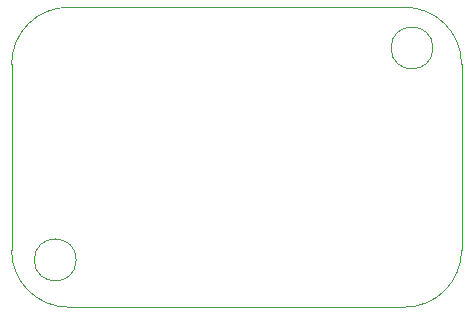
<source format=gbr>
G04 #@! TF.GenerationSoftware,KiCad,Pcbnew,(5.1.4-0-10_14)*
G04 #@! TF.CreationDate,2020-02-11T17:38:49-05:00*
G04 #@! TF.ProjectId,Chinchou,4368696e-6368-46f7-952e-6b696361645f,rev?*
G04 #@! TF.SameCoordinates,Original*
G04 #@! TF.FileFunction,Profile,NP*
%FSLAX46Y46*%
G04 Gerber Fmt 4.6, Leading zero omitted, Abs format (unit mm)*
G04 Created by KiCad (PCBNEW (5.1.4-0-10_14)) date 2020-02-11 17:38:49*
%MOMM*%
%LPD*%
G04 APERTURE LIST*
%ADD10C,0.050000*%
G04 APERTURE END LIST*
D10*
X50800000Y-33274000D02*
G75*
G02X45974000Y-38100000I-4826000J0D01*
G01*
X18178000Y-34100000D02*
G75*
G03X18178000Y-34100000I-1778000J0D01*
G01*
X45974000Y-12700000D02*
G75*
G02X50800000Y-17526000I0J-4826000D01*
G01*
X48378000Y-16150000D02*
G75*
G03X48378000Y-16150000I-1778000J0D01*
G01*
X50800000Y-33274000D02*
X50800000Y-17526000D01*
X45974000Y-12700000D02*
X17526000Y-12700000D01*
X12700000Y-17526000D02*
G75*
G02X17526000Y-12700000I4826000J0D01*
G01*
X17526000Y-38100000D02*
G75*
G02X12700000Y-33274000I0J4826000D01*
G01*
X17526000Y-38100000D02*
X45974000Y-38100000D01*
X12700000Y-17526000D02*
X12700000Y-33274000D01*
M02*

</source>
